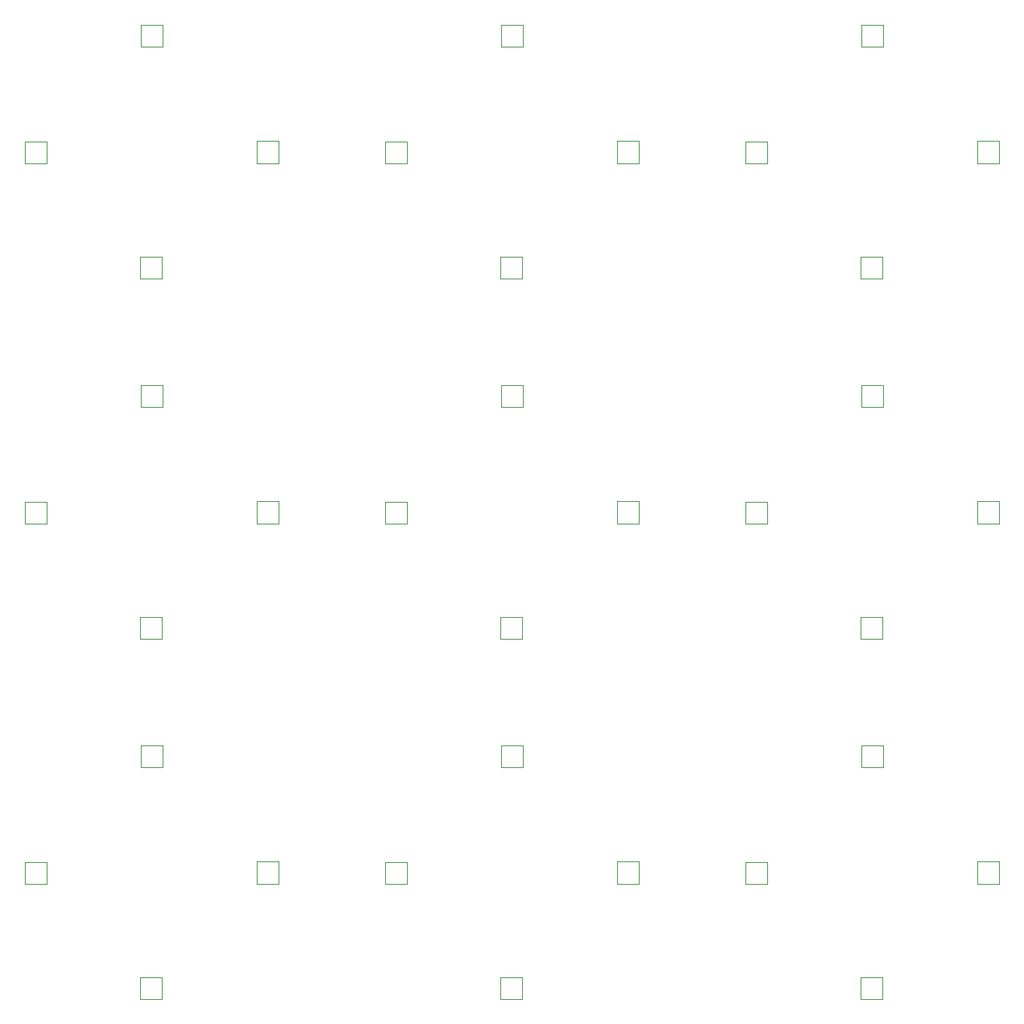
<source format=gbo>
G04 #@! TF.GenerationSoftware,KiCad,Pcbnew,6.0.0-d3dd2cf0fa~116~ubuntu20.04.1*
G04 #@! TF.CreationDate,2023-02-24T20:43:10+00:00*
G04 #@! TF.ProjectId,pixel-pump-motor-board-panel,70697865-6c2d-4707-956d-702d6d6f746f,rev?*
G04 #@! TF.SameCoordinates,Original*
G04 #@! TF.FileFunction,Legend,Bot*
G04 #@! TF.FilePolarity,Positive*
%FSLAX46Y46*%
G04 Gerber Fmt 4.6, Leading zero omitted, Abs format (unit mm)*
G04 Created by KiCad (PCBNEW 6.0.0-d3dd2cf0fa~116~ubuntu20.04.1) date 2023-02-24 20:43:10*
%MOMM*%
%LPD*%
G01*
G04 APERTURE LIST*
%ADD10C,0.120000*%
G04 APERTURE END LIST*
D10*
G04 #@! TO.C,J8*
X23797233Y-36477630D02*
X23797233Y-38877630D01*
X23797233Y-38877630D02*
X26197233Y-38877630D01*
X26197233Y-36477630D02*
X23797233Y-36477630D01*
X26197233Y-38877630D02*
X26197233Y-36477630D01*
G04 #@! TO.C,J5*
X78097233Y-23930030D02*
X75697233Y-23930030D01*
X78097233Y-26330030D02*
X78097233Y-23930030D01*
X75697233Y-26330030D02*
X78097233Y-26330030D01*
X75697233Y-23930030D02*
X75697233Y-26330030D01*
G04 #@! TO.C,J8*
X102197233Y-114877630D02*
X102197233Y-117277630D01*
X104597233Y-117277630D02*
X104597233Y-114877630D01*
X102197233Y-117277630D02*
X104597233Y-117277630D01*
X104597233Y-114877630D02*
X102197233Y-114877630D01*
G04 #@! TO.C,J5*
X78097233Y-102330030D02*
X75697233Y-102330030D01*
X78097233Y-104730030D02*
X78097233Y-102330030D01*
X75697233Y-104730030D02*
X78097233Y-104730030D01*
X75697233Y-102330030D02*
X75697233Y-104730030D01*
G04 #@! TO.C,J7*
X65524233Y-13680830D02*
X65524233Y-11280830D01*
X63124233Y-13680830D02*
X65524233Y-13680830D01*
X63124233Y-11280830D02*
X63124233Y-13680830D01*
X65524233Y-11280830D02*
X63124233Y-11280830D01*
G04 #@! TO.C,J8*
X65397233Y-75677630D02*
X62997233Y-75677630D01*
X62997233Y-75677630D02*
X62997233Y-78077630D01*
X65397233Y-78077630D02*
X65397233Y-75677630D01*
X62997233Y-78077630D02*
X65397233Y-78077630D01*
G04 #@! TO.C,J11*
X89700433Y-63180830D02*
X89700433Y-65580830D01*
X89700433Y-65580830D02*
X92100433Y-65580830D01*
X92100433Y-65580830D02*
X92100433Y-63180830D01*
X92100433Y-63180830D02*
X89700433Y-63180830D01*
X50500433Y-23980830D02*
X50500433Y-26380830D01*
X52900433Y-23980830D02*
X50500433Y-23980830D01*
X50500433Y-26380830D02*
X52900433Y-26380830D01*
X52900433Y-26380830D02*
X52900433Y-23980830D01*
X52900433Y-65580830D02*
X52900433Y-63180830D01*
X50500433Y-65580830D02*
X52900433Y-65580830D01*
X52900433Y-63180830D02*
X50500433Y-63180830D01*
X50500433Y-63180830D02*
X50500433Y-65580830D01*
G04 #@! TO.C,J7*
X102324233Y-50480830D02*
X102324233Y-52880830D01*
X104724233Y-50480830D02*
X102324233Y-50480830D01*
X102324233Y-52880830D02*
X104724233Y-52880830D01*
X104724233Y-52880830D02*
X104724233Y-50480830D01*
G04 #@! TO.C,J5*
X78097233Y-65530030D02*
X78097233Y-63130030D01*
X75697233Y-65530030D02*
X78097233Y-65530030D01*
X75697233Y-63130030D02*
X75697233Y-65530030D01*
X78097233Y-63130030D02*
X75697233Y-63130030D01*
G04 #@! TO.C,J7*
X23924233Y-92080830D02*
X26324233Y-92080830D01*
X26324233Y-89680830D02*
X23924233Y-89680830D01*
X26324233Y-92080830D02*
X26324233Y-89680830D01*
X23924233Y-89680830D02*
X23924233Y-92080830D01*
X102324233Y-13680830D02*
X104724233Y-13680830D01*
X104724233Y-11280830D02*
X102324233Y-11280830D01*
X104724233Y-13680830D02*
X104724233Y-11280830D01*
X102324233Y-11280830D02*
X102324233Y-13680830D01*
G04 #@! TO.C,J8*
X62997233Y-114877630D02*
X62997233Y-117277630D01*
X65397233Y-117277630D02*
X65397233Y-114877630D01*
X62997233Y-117277630D02*
X65397233Y-117277630D01*
X65397233Y-114877630D02*
X62997233Y-114877630D01*
X104597233Y-75677630D02*
X102197233Y-75677630D01*
X102197233Y-75677630D02*
X102197233Y-78077630D01*
X104597233Y-78077630D02*
X104597233Y-75677630D01*
X102197233Y-78077630D02*
X104597233Y-78077630D01*
G04 #@! TO.C,J7*
X26324233Y-50480830D02*
X23924233Y-50480830D01*
X23924233Y-52880830D02*
X26324233Y-52880830D01*
X26324233Y-52880830D02*
X26324233Y-50480830D01*
X23924233Y-50480830D02*
X23924233Y-52880830D01*
G04 #@! TO.C,J11*
X13700433Y-23980830D02*
X11300433Y-23980830D01*
X11300433Y-23980830D02*
X11300433Y-26380830D01*
X13700433Y-26380830D02*
X13700433Y-23980830D01*
X11300433Y-26380830D02*
X13700433Y-26380830D01*
G04 #@! TO.C,J8*
X23797233Y-75677630D02*
X23797233Y-78077630D01*
X26197233Y-75677630D02*
X23797233Y-75677630D01*
X23797233Y-78077630D02*
X26197233Y-78077630D01*
X26197233Y-78077630D02*
X26197233Y-75677630D01*
G04 #@! TO.C,J5*
X38897233Y-63130030D02*
X36497233Y-63130030D01*
X36497233Y-63130030D02*
X36497233Y-65530030D01*
X38897233Y-65530030D02*
X38897233Y-63130030D01*
X36497233Y-65530030D02*
X38897233Y-65530030D01*
X38897233Y-23930030D02*
X36497233Y-23930030D01*
X38897233Y-26330030D02*
X38897233Y-23930030D01*
X36497233Y-26330030D02*
X38897233Y-26330030D01*
X36497233Y-23930030D02*
X36497233Y-26330030D01*
X117297233Y-23930030D02*
X114897233Y-23930030D01*
X117297233Y-26330030D02*
X117297233Y-23930030D01*
X114897233Y-23930030D02*
X114897233Y-26330030D01*
X114897233Y-26330030D02*
X117297233Y-26330030D01*
G04 #@! TO.C,J8*
X23797233Y-114877630D02*
X23797233Y-117277630D01*
X26197233Y-117277630D02*
X26197233Y-114877630D01*
X26197233Y-114877630D02*
X23797233Y-114877630D01*
X23797233Y-117277630D02*
X26197233Y-117277630D01*
X104597233Y-36477630D02*
X102197233Y-36477630D01*
X104597233Y-38877630D02*
X104597233Y-36477630D01*
X102197233Y-36477630D02*
X102197233Y-38877630D01*
X102197233Y-38877630D02*
X104597233Y-38877630D01*
G04 #@! TO.C,J7*
X65524233Y-50480830D02*
X63124233Y-50480830D01*
X65524233Y-52880830D02*
X65524233Y-50480830D01*
X63124233Y-50480830D02*
X63124233Y-52880830D01*
X63124233Y-52880830D02*
X65524233Y-52880830D01*
G04 #@! TO.C,J5*
X117297233Y-102330030D02*
X114897233Y-102330030D01*
X114897233Y-102330030D02*
X114897233Y-104730030D01*
X117297233Y-104730030D02*
X117297233Y-102330030D01*
X114897233Y-104730030D02*
X117297233Y-104730030D01*
G04 #@! TO.C,J7*
X102324233Y-89680830D02*
X102324233Y-92080830D01*
X104724233Y-92080830D02*
X104724233Y-89680830D01*
X102324233Y-92080830D02*
X104724233Y-92080830D01*
X104724233Y-89680830D02*
X102324233Y-89680830D01*
G04 #@! TO.C,J11*
X92100433Y-104780830D02*
X92100433Y-102380830D01*
X89700433Y-104780830D02*
X92100433Y-104780830D01*
X89700433Y-102380830D02*
X89700433Y-104780830D01*
X92100433Y-102380830D02*
X89700433Y-102380830D01*
X11300433Y-104780830D02*
X13700433Y-104780830D01*
X11300433Y-102380830D02*
X11300433Y-104780830D01*
X13700433Y-102380830D02*
X11300433Y-102380830D01*
X13700433Y-104780830D02*
X13700433Y-102380830D01*
G04 #@! TO.C,J8*
X62997233Y-38877630D02*
X65397233Y-38877630D01*
X62997233Y-36477630D02*
X62997233Y-38877630D01*
X65397233Y-38877630D02*
X65397233Y-36477630D01*
X65397233Y-36477630D02*
X62997233Y-36477630D01*
G04 #@! TO.C,J7*
X65524233Y-89680830D02*
X63124233Y-89680830D01*
X63124233Y-92080830D02*
X65524233Y-92080830D01*
X65524233Y-92080830D02*
X65524233Y-89680830D01*
X63124233Y-89680830D02*
X63124233Y-92080830D01*
X26324233Y-11280830D02*
X23924233Y-11280830D01*
X23924233Y-11280830D02*
X23924233Y-13680830D01*
X26324233Y-13680830D02*
X26324233Y-11280830D01*
X23924233Y-13680830D02*
X26324233Y-13680830D01*
G04 #@! TO.C,J5*
X38897233Y-104730030D02*
X38897233Y-102330030D01*
X38897233Y-102330030D02*
X36497233Y-102330030D01*
X36497233Y-104730030D02*
X38897233Y-104730030D01*
X36497233Y-102330030D02*
X36497233Y-104730030D01*
G04 #@! TO.C,J11*
X11300433Y-65580830D02*
X13700433Y-65580830D01*
X13700433Y-63180830D02*
X11300433Y-63180830D01*
X11300433Y-63180830D02*
X11300433Y-65580830D01*
X13700433Y-65580830D02*
X13700433Y-63180830D01*
X52900433Y-102380830D02*
X50500433Y-102380830D01*
X52900433Y-104780830D02*
X52900433Y-102380830D01*
X50500433Y-104780830D02*
X52900433Y-104780830D01*
X50500433Y-102380830D02*
X50500433Y-104780830D01*
X89700433Y-23980830D02*
X89700433Y-26380830D01*
X89700433Y-26380830D02*
X92100433Y-26380830D01*
X92100433Y-26380830D02*
X92100433Y-23980830D01*
X92100433Y-23980830D02*
X89700433Y-23980830D01*
G04 #@! TO.C,J5*
X114897233Y-65530030D02*
X117297233Y-65530030D01*
X117297233Y-65530030D02*
X117297233Y-63130030D01*
X117297233Y-63130030D02*
X114897233Y-63130030D01*
X114897233Y-63130030D02*
X114897233Y-65530030D01*
G04 #@! TD*
M02*

</source>
